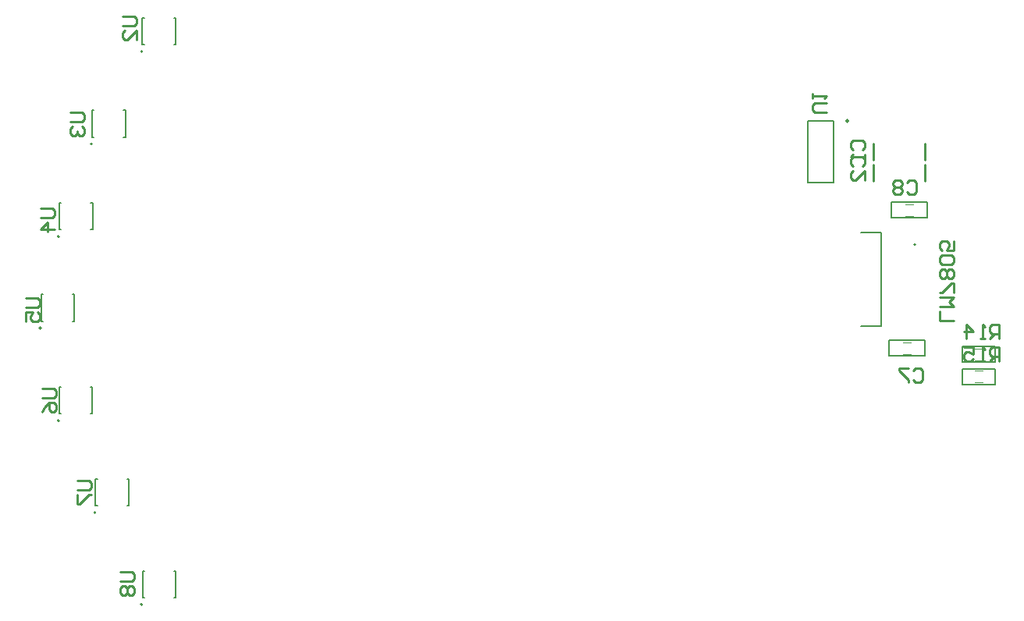
<source format=gbr>
G04*
G04 #@! TF.GenerationSoftware,Altium Limited,Altium Designer,25.5.2 (35)*
G04*
G04 Layer_Color=32896*
%FSLAX25Y25*%
%MOIN*%
G70*
G04*
G04 #@! TF.SameCoordinates,3A6C04F0-8456-4D88-A865-9B6E00D0E649*
G04*
G04*
G04 #@! TF.FilePolarity,Positive*
G04*
G01*
G75*
%ADD10C,0.01000*%
%ADD11C,0.00984*%
%ADD12C,0.00787*%
%ADD14C,0.00500*%
%ADD15C,0.00400*%
D10*
X386000Y251000D02*
Y258000D01*
X364000Y251000D02*
Y258000D01*
X386000Y260000D02*
Y267000D01*
X364000Y260000D02*
Y267000D01*
X42501Y83998D02*
X47499D01*
X48499Y82999D01*
Y80999D01*
X47499Y80000D01*
X42501D01*
X43501Y78000D02*
X42501Y77001D01*
Y75001D01*
X43501Y74002D01*
X44500D01*
X45500Y75001D01*
X46500Y74002D01*
X47499D01*
X48499Y75001D01*
Y77001D01*
X47499Y78000D01*
X46500D01*
X45500Y77001D01*
X44500Y78000D01*
X43501D01*
X45500Y77001D02*
Y75001D01*
X43501Y321498D02*
X48499D01*
X49499Y320499D01*
Y318499D01*
X48499Y317500D01*
X43501D01*
X49499Y311502D02*
Y315500D01*
X45500Y311502D01*
X44501D01*
X43501Y312501D01*
Y314501D01*
X44501Y315500D01*
X2001Y200998D02*
X6999D01*
X7999Y199999D01*
Y197999D01*
X6999Y197000D01*
X2001D01*
Y191002D02*
Y195000D01*
X5000D01*
X4000Y193001D01*
Y192001D01*
X5000Y191002D01*
X6999D01*
X7999Y192001D01*
Y194001D01*
X6999Y195000D01*
X21001Y280498D02*
X25999D01*
X26999Y279499D01*
Y277499D01*
X25999Y276500D01*
X21001D01*
X22001Y274500D02*
X21001Y273501D01*
Y271501D01*
X22001Y270502D01*
X23000D01*
X24000Y271501D01*
Y272501D01*
Y271501D01*
X25000Y270502D01*
X25999D01*
X26999Y271501D01*
Y273501D01*
X25999Y274500D01*
X9001Y162498D02*
X13999D01*
X14999Y161499D01*
Y159499D01*
X13999Y158500D01*
X9001D01*
Y152502D02*
X10001Y154501D01*
X12000Y156500D01*
X13999D01*
X14999Y155501D01*
Y153501D01*
X13999Y152502D01*
X13000D01*
X12000Y153501D01*
Y156500D01*
X8501Y239498D02*
X13499D01*
X14499Y238499D01*
Y236499D01*
X13499Y235500D01*
X8501D01*
X14499Y230501D02*
X8501D01*
X11500Y233500D01*
Y229502D01*
X24001Y122998D02*
X28999D01*
X29999Y121999D01*
Y119999D01*
X28999Y119000D01*
X24001D01*
Y117000D02*
Y113002D01*
X25001D01*
X28999Y117000D01*
X29999D01*
X417700Y174000D02*
Y179998D01*
X414701D01*
X413701Y178998D01*
Y176999D01*
X414701Y175999D01*
X417700D01*
X415701D02*
X413701Y174000D01*
X411702D02*
X409703D01*
X410702D01*
Y179998D01*
X411702Y178998D01*
X402705Y179998D02*
X406704D01*
Y176999D01*
X404704Y177999D01*
X403705D01*
X402705Y176999D01*
Y175000D01*
X403705Y174000D01*
X405704D01*
X406704Y175000D01*
X417700Y183600D02*
Y189598D01*
X414701D01*
X413701Y188598D01*
Y186599D01*
X414701Y185599D01*
X417700D01*
X415701D02*
X413701Y183600D01*
X411702D02*
X409703D01*
X410702D01*
Y189598D01*
X411702Y188598D01*
X403705Y183600D02*
Y189598D01*
X406704Y186599D01*
X402705D01*
X381000Y169999D02*
X381999Y170999D01*
X383999D01*
X384998Y169999D01*
Y166001D01*
X383999Y165001D01*
X381999D01*
X381000Y166001D01*
X379000Y170999D02*
X375002D01*
Y169999D01*
X379000Y166001D01*
Y165001D01*
X378501Y250198D02*
X379501Y251198D01*
X381500D01*
X382500Y250198D01*
Y246200D01*
X381500Y245200D01*
X379501D01*
X378501Y246200D01*
X376502Y250198D02*
X375502Y251198D01*
X373503D01*
X372503Y250198D01*
Y249199D01*
X373503Y248199D01*
X372503Y247199D01*
Y246200D01*
X373503Y245200D01*
X375502D01*
X376502Y246200D01*
Y247199D01*
X375502Y248199D01*
X376502Y249199D01*
Y250198D01*
X375502Y248199D02*
X373503D01*
X398499Y191506D02*
X392501D01*
Y195504D01*
Y197504D02*
X398499D01*
X396500Y199503D01*
X398499Y201502D01*
X392501D01*
X398499Y203502D02*
Y207500D01*
X397499D01*
X393501Y203502D01*
X392501D01*
X397499Y209500D02*
X398499Y210499D01*
Y212499D01*
X397499Y213498D01*
X396500D01*
X395500Y212499D01*
X394500Y213498D01*
X393501D01*
X392501Y212499D01*
Y210499D01*
X393501Y209500D01*
X394500D01*
X395500Y210499D01*
X396500Y209500D01*
X397499D01*
X395500Y210499D02*
Y212499D01*
X397499Y215498D02*
X398499Y216497D01*
Y218497D01*
X397499Y219496D01*
X393501D01*
X392501Y218497D01*
Y216497D01*
X393501Y215498D01*
X397499D01*
X398499Y225495D02*
Y221496D01*
X395500D01*
X396500Y223495D01*
Y224495D01*
X395500Y225495D01*
X393501D01*
X392501Y224495D01*
Y222496D01*
X393501Y221496D01*
X355502Y257501D02*
X354502Y258501D01*
Y260500D01*
X355502Y261500D01*
X359500D01*
X360500Y260500D01*
Y258501D01*
X359500Y257501D01*
X360500Y251503D02*
Y255502D01*
X356501Y251503D01*
X355502D01*
X354502Y252503D01*
Y254502D01*
X355502Y255502D01*
Y264501D02*
X354502Y265501D01*
Y267500D01*
X355502Y268500D01*
X359500D01*
X360500Y267500D01*
Y265501D01*
X359500Y264501D01*
X360500Y262502D02*
Y260503D01*
Y261502D01*
X354502D01*
X355502Y262502D01*
X343999Y280501D02*
X339001D01*
X338001Y281501D01*
Y283500D01*
X339001Y284500D01*
X343999D01*
X338001Y286499D02*
Y288499D01*
Y287499D01*
X343999D01*
X342999Y286499D01*
D11*
X353410Y276689D02*
G03*
X353410Y276689I-492J0D01*
G01*
D12*
X51957Y70114D02*
G03*
X51957Y70114I-394J0D01*
G01*
X30413Y266839D02*
G03*
X30413Y266839I-394J0D01*
G01*
X8661Y188189D02*
G03*
X8661Y188189I-394J0D01*
G01*
X31913Y109339D02*
G03*
X31913Y109339I-394J0D01*
G01*
X16370Y148614D02*
G03*
X16370Y148614I-394J0D01*
G01*
X16413Y227339D02*
G03*
X16413Y227339I-394J0D01*
G01*
X51913Y306339D02*
G03*
X51913Y306339I-394J0D01*
G01*
X382130Y223764D02*
G03*
X382130Y223764I-394J0D01*
G01*
X335988Y250311D02*
X347012D01*
X335988Y276689D02*
X347012D01*
X335988Y250311D02*
Y276689D01*
X347012Y250311D02*
Y276689D01*
D14*
X65343Y73067D02*
X66130D01*
X65343Y84484D02*
X66130D01*
X51957D02*
X52744D01*
X51957Y73067D02*
X52744D01*
X66130D02*
Y84484D01*
X51957Y73067D02*
Y84484D01*
X30413Y269791D02*
Y281209D01*
X44587Y269791D02*
Y281209D01*
X30413Y269791D02*
X31201D01*
X30413Y281209D02*
X31201D01*
X43799D02*
X44587D01*
X43799Y269791D02*
X44587D01*
X8661Y191142D02*
Y202559D01*
X22835Y191142D02*
Y202559D01*
X8661Y191142D02*
X9449D01*
X8661Y202559D02*
X9449D01*
X22047D02*
X22835D01*
X22047Y191142D02*
X22835D01*
X31913Y112291D02*
Y123709D01*
X46087Y112291D02*
Y123709D01*
X31913Y112291D02*
X32701D01*
X31913Y123709D02*
X32701D01*
X45299D02*
X46087D01*
X45299Y112291D02*
X46087D01*
X16370Y151567D02*
Y162984D01*
X30543Y151567D02*
Y162984D01*
X16370Y151567D02*
X17157D01*
X16370Y162984D02*
X17157D01*
X29756D02*
X30543D01*
X29756Y151567D02*
X30543D01*
X16413Y230291D02*
Y241709D01*
X30587Y230291D02*
Y241709D01*
X16413Y230291D02*
X17201D01*
X16413Y241709D02*
X17201D01*
X29799D02*
X30587D01*
X29799Y230291D02*
X30587D01*
X51913Y309291D02*
Y320709D01*
X66087Y309291D02*
Y320709D01*
X51913Y309291D02*
X52701D01*
X51913Y320709D02*
X52701D01*
X65299D02*
X66087D01*
X65299Y309291D02*
X66087D01*
X402000Y164100D02*
X416000D01*
X402000D02*
Y170800D01*
X416000D01*
Y164100D02*
Y170800D01*
X402000Y180400D02*
X416000D01*
Y173700D02*
Y180400D01*
X402000Y173700D02*
X416000D01*
X402000D02*
Y180400D01*
X358837Y188921D02*
X367415D01*
X358837Y229079D02*
X367415D01*
Y188921D02*
Y229079D01*
X370800Y182900D02*
X386100D01*
Y176200D02*
Y182900D01*
X370800Y176200D02*
X386100D01*
X370800D02*
Y182900D01*
X371800Y241900D02*
X387100D01*
Y235200D02*
Y241900D01*
X371800Y235200D02*
X387100D01*
X371800D02*
Y241900D01*
D15*
X407300Y170000D02*
X410700D01*
X407300Y165000D02*
X410700D01*
X407300Y174500D02*
X410700D01*
X407300Y179500D02*
X410700D01*
X376800Y177000D02*
X380200D01*
X376800Y182000D02*
X380200D01*
X377800Y236000D02*
X381200D01*
X377800Y241000D02*
X381200D01*
M02*

</source>
